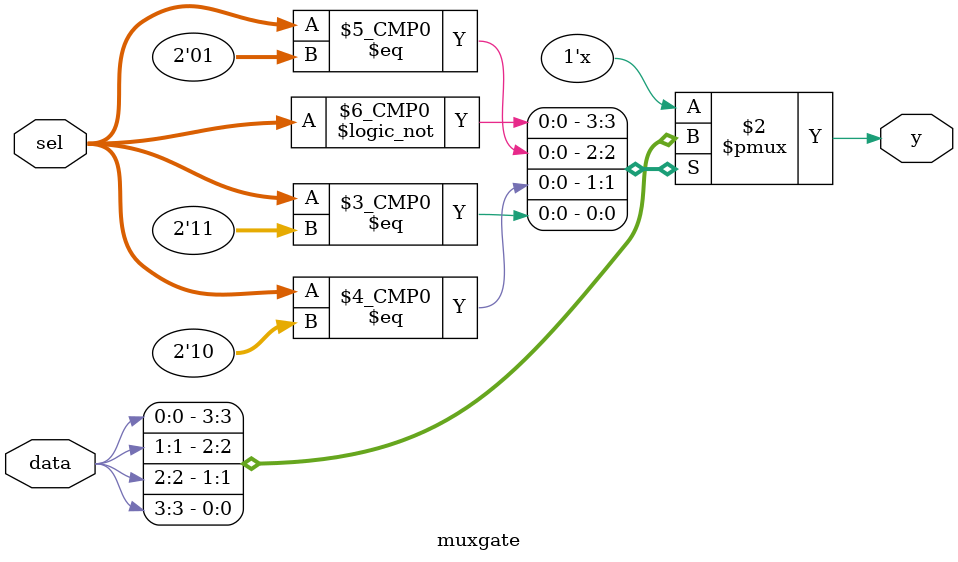
<source format=v>
module muxtb;
    reg [3:0] data;  
    reg [1:0] sel;   
    wire out;      

    muxgate inst (
        .data(data),
        .sel(sel),
        .y(out)
    );

    initial begin
        data = 4'b1011; 
        sel = 2'b00; #10; 
        sel = 2'b01; #10;
        sel = 2'b10; #10; 
        sel = 2'b11; #10; 
        $stop;
    end
endmodule

module muxgate (
    input [3:0] data,  
    input [1:0] sel,   
    output reg y     
);
    always @(*) begin
        case (sel)
            2'b00: y = data[0];
            2'b01: y = data[1];
            2'b10: y = data[2];
            2'b11: y = data[3];
            default: y = 1'b0; 
        endcase
    end
endmodule
</source>
